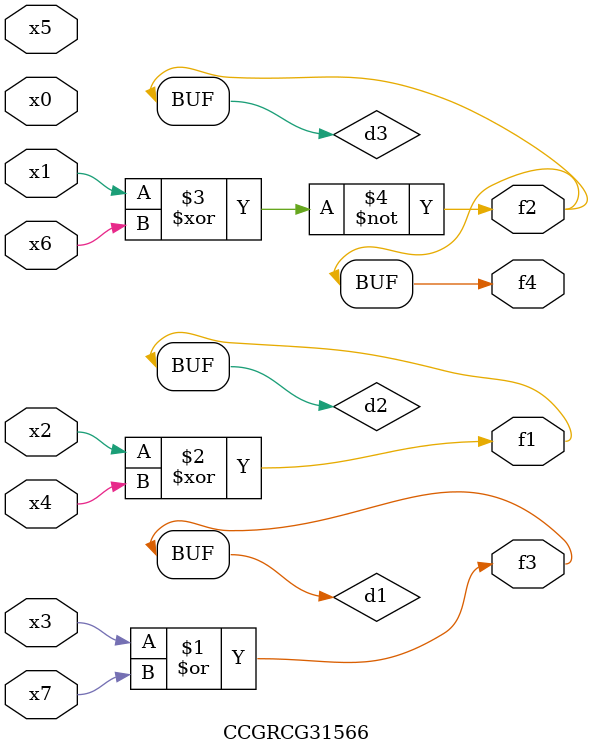
<source format=v>
module CCGRCG31566(
	input x0, x1, x2, x3, x4, x5, x6, x7,
	output f1, f2, f3, f4
);

	wire d1, d2, d3;

	or (d1, x3, x7);
	xor (d2, x2, x4);
	xnor (d3, x1, x6);
	assign f1 = d2;
	assign f2 = d3;
	assign f3 = d1;
	assign f4 = d3;
endmodule

</source>
